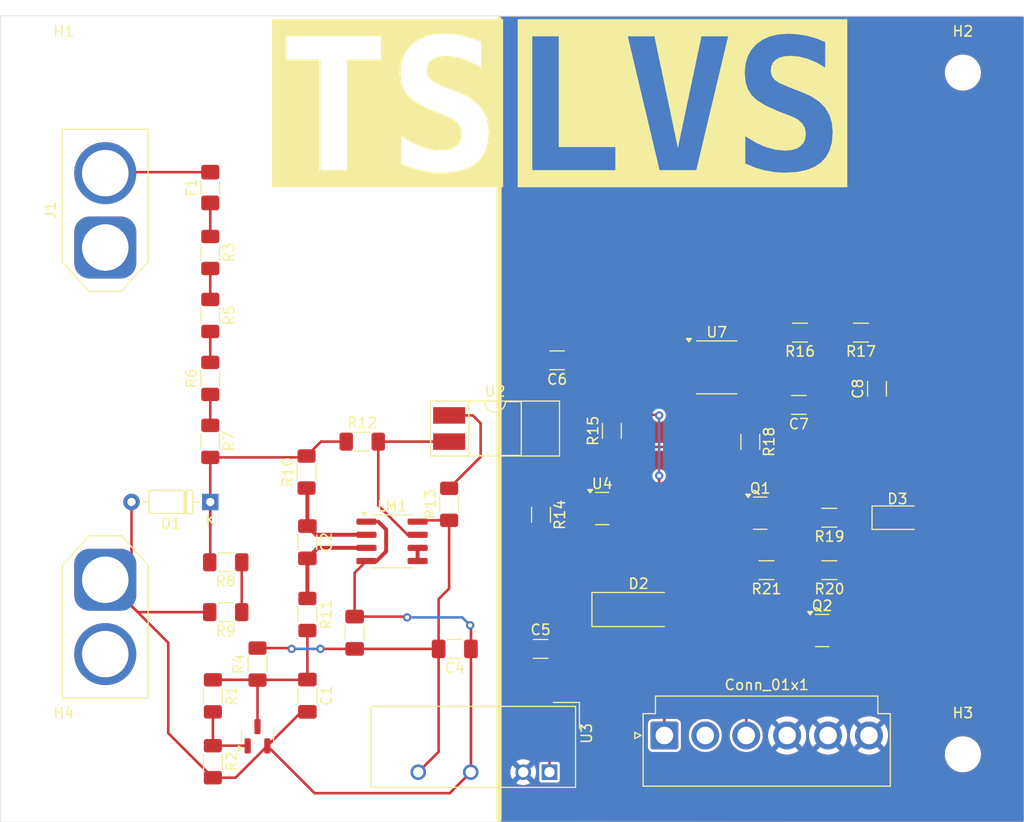
<source format=kicad_pcb>
(kicad_pcb (version 20240108) (generator "pcbnew") (generator_version "8.0")
  (layers (0 "F.Cu" signal) (31 "B.Cu" signal) (34 "B.Paste" user) (35 "F.Paste" user) (36 "B.SilkS" user "B.Silkscreen") (37 "F.SilkS" user "F.Silkscreen") (38 "B.Mask" user) (39 "F.Mask" user) (44 "Edge.Cuts" user))
  (net 0 "")
  (net 1 "GND")
  (net 2 "/Vref")
  (net 3 "Net-(LM1--)")
  (net 4 "Net-(LM1-+)")
  (net 5 "+12V")
  (net 6 "VCC")
  (net 7 "GLV-")
  (net 8 "Net-(U7-CV)")
  (net 9 "Net-(U7-THR)")
  (net 11 "GLV+")
  (net 12 "/RED+")
  (net 13 "/Vin")
  (net 14 "Net-(D3-K)")
  (net 15 "Net-(F1-Pad1)")
  (net 16 "Net-(J1-Pin_2)")
  (net 19 "Net-(LM1-BAL)")
  (net 20 "Net-(LM1-Pad7)")
  (net 21 "Net-(Q1-B)")
  (net 22 "Net-(Q1-C)")
  (net 23 "Net-(U1-REF)")
  (net 24 "Net-(R3-Pad2)")
  (net 25 "Net-(R5-Pad2)")
  (net 26 "Net-(R6-Pad1)")
  (net 27 "Net-(R8-Pad1)")
  (net 28 "Net-(R13-Pad2)")
  (net 29 "Net-(U4-G)")
  (net 30 "Net-(U4-D)")
  (net 31 "Net-(U7-DIS)")
  (net 32 "Net-(U7-Q)")
  (footprint "Resistor_SMD:R_1206_3216Metric_Pad1.30x1.75mm_HandSolder" (layer "F.Cu") (at 123.672 121.412 180)
    (property "Reference" "R8" (at 0 -1.82 0) (layer "F.SilkS"))
    (property "Value" "25k")
    (pad "1" smd roundrect (at -1.55 0 180) (size 1.3 1.75) (layers "F.Cu" "F.Paste" "F.Mask") (roundrect_rratio 0.192308) (net 27 "Net-(R8-Pad1)"))
    (pad "2" smd roundrect (at 1.55 0 180) (size 1.3 1.75) (layers "F.Cu" "F.Paste" "F.Mask") (roundrect_rratio 0.192308) (net 13 "/Vin"))
  )
  (footprint "Fuse:Fuse_1206_3216Metric_Pad1.42x1.75mm_HandSolder" (layer "F.Cu") (at 122.174 85.1265 90)
    (property "Reference" "F1" (at 0 -1.82 90) (layer "F.SilkS"))
    (property "Value" "Fuse")
    (pad "1" smd roundrect (at -1.4875 0 90) (size 1.425 1.75) (layers "F.Cu" "F.Paste" "F.Mask") (roundrect_rratio 0.175439) (net 15 "Net-(F1-Pad1)"))
    (pad "2" smd roundrect (at 1.4875 0 90) (size 1.425 1.75) (layers "F.Cu" "F.Paste" "F.Mask") (roundrect_rratio 0.175439) (net 16 "Net-(J1-Pin_2)"))
  )
  (footprint "Diode_THT:D_DO-35_SOD27_P7.62mm_Horizontal" (layer "F.Cu") (at 122.174 115.57 180)
    (property "Reference" "D1" (at 3.81 -2.12 0) (layer "F.SilkS"))
    (property "Value" "12V")
    (fp_text user "K" (at 0 -1.8 0) (layer "F.SilkS"))
    (pad "1" thru_hole rect (at 0 0 180) (size 1.6 1.6) (drill 0.8) (layers "*.Cu" "*.Mask") (net 13 "/Vin"))
    (pad "2" thru_hole oval (at 7.62 0 180) (size 1.6 1.6) (drill 0.8) (layers "*.Cu" "*.Mask") (net 1 "GND"))
  )
  (footprint "Capacitor_SMD:C_1206_3216Metric_Pad1.33x1.80mm_HandSolder" (layer "F.Cu") (at 186.69 104.6095 90)
    (property "Reference" "C8" (at 0 -1.85 90) (layer "F.SilkS"))
    (property "Value" "1u")
    (pad "1" smd roundrect (at -1.5625 0 90) (size 1.325 1.8) (layers "F.Cu" "F.Paste" "F.Mask") (roundrect_rratio 0.188679) (net 7 "GLV-"))
    (pad "2" smd roundrect (at 1.5625 0 90) (size 1.325 1.8) (layers "F.Cu" "F.Paste" "F.Mask") (roundrect_rratio 0.188679) (net 9 "Net-(U7-THR)"))
  )
  (footprint "Capacitor_SMD:C_1206_3216Metric_Pad1.33x1.80mm_HandSolder" (layer "F.Cu") (at 145.8345 129.794 180)
    (property "Reference" "C4" (at 0 -1.85 0) (layer "F.SilkS"))
    (property "Value" "1uF" (hide yes))
    (pad "1" smd roundrect (at -1.5625 0 180) (size 1.325 1.8) (layers "F.Cu" "F.Paste" "F.Mask") (roundrect_rratio 0.188679) (net 1 "GND"))
    (pad "2" smd roundrect (at 1.5625 0 180) (size 1.325 1.8) (layers "F.Cu" "F.Paste" "F.Mask") (roundrect_rratio 0.188679) (net 5 "+12V"))
  )
  (footprint "Connector_JST:JST_VH_B6P-VH_1x06_P3.96mm_Vertical" (layer "F.Cu") (at 166.116 138.176)
    (property "Reference" "Conn_01x1" (at 9.9 -4.9 0) (layer "F.SilkS"))
    (property "Value" "Conn_01x06")
    (pad "1" thru_hole roundrect (at 0 0) (size 2.7 2.7) (drill 1.7) (layers "*.Cu" "*.Mask") (roundrect_rratio 0.092593) (net 11 "GLV+"))
    (pad "2" thru_hole circle (at 3.96 0) (size 2.7 2.7) (drill 1.7) (layers "*.Cu" "*.Mask"))
    (pad "3" thru_hole circle (at 7.92 0) (size 2.7 2.7) (drill 1.7) (layers "*.Cu" "*.Mask") (net 12 "/RED+"))
    (pad "4" thru_hole circle (at 11.88 0) (size 2.7 2.7) (drill 1.7) (layers "*.Cu" "*.Mask") (net 7 "GLV-"))
    (pad "5" thru_hole circle (at 15.84 0) (size 2.7 2.7) (drill 1.7) (layers "*.Cu" "*.Mask") (net 7 "GLV-"))
    (pad "6" thru_hole circle (at 19.8 0) (size 2.7 2.7) (drill 1.7) (layers "*.Cu" "*.Mask") (net 7 "GLV-"))
  )
  (footprint "Resistor_SMD:R_1206_3216Metric_Pad1.30x1.75mm_HandSolder" (layer "F.Cu") (at 185.14 99.172 180)
    (property "Reference" "R17" (at 0 -1.82 0) (layer "F.SilkS"))
    (property "Value" "220k")
    (pad "1" smd roundrect (at -1.55 0 180) (size 1.3 1.75) (layers "F.Cu" "F.Paste" "F.Mask") (roundrect_rratio 0.192308) (net 9 "Net-(U7-THR)"))
    (pad "2" smd roundrect (at 1.55 0 180) (size 1.3 1.75) (layers "F.Cu" "F.Paste" "F.Mask") (roundrect_rratio 0.192308) (net 31 "Net-(U7-DIS)"))
  )
  (footprint "Resistor_SMD:R_1206_3216Metric_Pad1.30x1.75mm_HandSolder" (layer "F.Cu") (at 154.178 116.814 -90)
    (property "Reference" "R14" (at 0 -1.82 90) (layer "F.SilkS"))
    (property "Value" "10k")
    (pad "1" smd roundrect (at -1.55 0 270) (size 1.3 1.75) (layers "F.Cu" "F.Paste" "F.Mask") (roundrect_rratio 0.192308) (net 29 "Net-(U4-G)"))
    (pad "2" smd roundrect (at 1.55 0 270) (size 1.3 1.75) (layers "F.Cu" "F.Paste" "F.Mask") (roundrect_rratio 0.192308) (net 7 "GLV-"))
  )
  (footprint "LED_SMD:LED_1206_3216Metric_Pad1.42x1.75mm_HandSolder" (layer "F.Cu") (at 188.67 117.094)
    (property "Reference" "D3" (at 0 -1.82 0) (layer "F.SilkS"))
    (property "Value" "LED")
    (pad "1" smd roundrect (at -1.4875 0) (size 1.425 1.75) (layers "F.Cu" "F.Paste" "F.Mask") (roundrect_rratio 0.175439) (net 14 "Net-(D3-K)"))
    (pad "2" smd roundrect (at 1.4875 0) (size 1.425 1.75) (layers "F.Cu" "F.Paste" "F.Mask") (roundrect_rratio 0.175439) (net 6 "VCC"))
  )
  (footprint "Package_TO_SOT_SMD:SOT-23" (layer "F.Cu") (at 160.0985 116.204)
    (property "Reference" "U4" (at 0 -2.4 0) (layer "F.SilkS"))
    (property "Value" "2N7002")
    (pad "1" smd roundrect (at -0.9375 -0.95) (size 1.475 0.6) (layers "F.Cu" "F.Paste" "F.Mask") (net 29 "Net-(U4-G)"))
    (pad "2" smd roundrect (at -0.9375 0.95) (size 1.475 0.6) (layers "F.Cu" "F.Paste" "F.Mask") (net 7 "GLV-"))
    (pad "3" smd roundrect (at 0.9375 0) (size 1.475 0.6) (layers "F.Cu" "F.Paste" "F.Mask") (net 30 "Net-(U4-D)"))
  )
  (footprint "Capacitor_SMD:C_1206_3216Metric_Pad1.33x1.80mm_HandSolder" (layer "F.Cu") (at 179.1275 106.172 180)
    (property "Reference" "C7" (at 0 -1.85 0) (layer "F.SilkS"))
    (property "Value" "100n")
    (pad "1" smd roundrect (at -1.5625 0 180) (size 1.325 1.8) (layers "F.Cu" "F.Paste" "F.Mask") (roundrect_rratio 0.188679) (net 7 "GLV-"))
    (pad "2" smd roundrect (at 1.5625 0 180) (size 1.325 1.8) (layers "F.Cu" "F.Paste" "F.Mask") (roundrect_rratio 0.188679) (net 8 "Net-(U7-CV)"))
  )
  (footprint "Capacitor_SMD:C_1206_3216Metric_Pad1.33x1.80mm_HandSolder" (layer "F.Cu") (at 131.572 119.4685 -90)
    (property "Reference" "C2" (at 0 -1.85 90) (layer "F.SilkS"))
    (property "Value" "10n")
    (pad "1" smd roundrect (at -1.5625 0 270) (size 1.325 1.8) (layers "F.Cu" "F.Paste" "F.Mask") (roundrect_rratio 0.188679) (net 4 "Net-(LM1-+)"))
    (pad "2" smd roundrect (at 1.5625 0 270) (size 1.325 1.8) (layers "F.Cu" "F.Paste" "F.Mask") (roundrect_rratio 0.188679) (net 3 "Net-(LM1--)"))
  )
  (footprint "Resistor_SMD:R_1206_3216Metric_Pad1.30x1.75mm_HandSolder" (layer "F.Cu") (at 131.572 126.466 -90)
    (property "Reference" "R11" (at 0 -1.82 90) (layer "F.SilkS"))
    (property "Value" "100")
    (pad "1" smd roundrect (at -1.55 0 270) (size 1.3 1.75) (layers "F.Cu" "F.Paste" "F.Mask") (roundrect_rratio 0.192308) (net 3 "Net-(LM1--)"))
    (pad "2" smd roundrect (at 1.55 0 270) (size 1.3 1.75) (layers "F.Cu" "F.Paste" "F.Mask") (roundrect_rratio 0.192308) (net 2 "/Vref"))
  )
  (footprint "Resistor_SMD:R_1206_3216Metric_Pad1.30x1.75mm_HandSolder" (layer "F.Cu") (at 174.433595 109.747743 -90)
    (property "Reference" "R18" (at 0 -1.82 90) (layer "F.SilkS"))
    (property "Value" "1k")
    (pad "1" smd roundrect (at -1.55 0 270) (size 1.3 1.75) (layers "F.Cu" "F.Paste" "F.Mask") (roundrect_rratio 0.192308) (net 32 "Net-(U7-Q)"))
    (pad "2" smd roundrect (at 1.55 0 270) (size 1.3 1.75) (layers "F.Cu" "F.Paste" "F.Mask") (roundrect_rratio 0.192308) (net 21 "Net-(Q1-B)"))
  )
  (footprint "Resistor_SMD:R_1206_3216Metric_Pad1.30x1.75mm_HandSolder" (layer "F.Cu") (at 145.288 115.798 90)
    (property "Reference" "R13" (at 0 -1.82 90) (layer "F.SilkS"))
    (property "Value" "2k2")
    (pad "1" smd roundrect (at -1.55 0 90) (size 1.3 1.75) (layers "F.Cu" "F.Paste" "F.Mask") (roundrect_rratio 0.192308) (net 5 "+12V"))
    (pad "2" smd roundrect (at 1.55 0 90) (size 1.3 1.75) (layers "F.Cu" "F.Paste" "F.Mask") (roundrect_rratio 0.192308) (net 28 "Net-(R13-Pad2)"))
  )
  (footprint "Resistor_SMD:R_1206_3216Metric_Pad1.30x1.75mm_HandSolder" (layer "F.Cu") (at 122.428 140.717 -90)
    (property "Reference" "R2" (at 0 -1.82 90) (layer "F.SilkS"))
    (property "Value" "10k")
    (pad "1" smd roundrect (at -1.55 0 270) (size 1.3 1.75) (layers "F.Cu" "F.Paste" "F.Mask") (roundrect_rratio 0.192308) (net 23 "Net-(U1-REF)"))
    (pad "2" smd roundrect (at 1.55 0 270) (size 1.3 1.75) (layers "F.Cu" "F.Paste" "F.Mask") (roundrect_rratio 0.192308) (net 1 "GND"))
  )
  (footprint "Package_DIP:DIP-4_W8.89mm_SMDSocket_LongPads" (layer "F.Cu") (at 149.733 108.458)
    (property "Reference" "U2" (at 0 -3.6 0) (layer "F.SilkS"))
    (property "Value" "LTV-817" (hide yes))
    (pad "1" smd rect (at -4.445 -1.27) (size 3.1 1.6) (layers "F.Cu" "F.Paste" "F.Mask") (net 28 "Net-(R13-Pad2)"))
    (pad "2" smd rect (at -4.445 1.27) (size 3.1 1.6) (layers "F.Cu" "F.Paste" "F.Mask") (net 20 "Net-(LM1-Pad7)"))
    (pad "3" smd rect (at 4.445 1.27) (size 3.1 1.6) (layers "F.Cu" "F.Paste" "F.Mask") (net 29 "Net-(U4-G)"))
    (pad "4" smd rect (at 4.445 -1.27) (size 3.1 1.6) (layers "F.Cu" "F.Paste" "F.Mask") (net 6 "VCC"))
  )
  (footprint "Connector_AMASS:AMASS_XT60-M_1x02_P7.20mm_Vertical" (layer "F.Cu") (at 112.014 123.102 -90)
    (property "Reference" "J2" (hide yes))
    (property "Value" "Conn_01x02_Pin")
    (pad "1" thru_hole roundrect (at 0 0 270) (size 6 6) (drill 4.5) (layers "*.Cu" "*.Mask") (net 1 "GND"))
    (pad "2" thru_hole circle (at 7.2 0 270) (size 6 6) (drill 4.5) (layers "*.Cu" "*.Mask"))
  )
  (footprint "Diode_SMD:D_SMA_Handsoldering" (layer "F.Cu") (at 163.616 125.984)
    (property "Reference" "D2" (at 0 -2.5 0) (layer "F.SilkS"))
    (property "Value" "D")
    (pad "1" smd roundrect (at -2.5 0) (size 3.5 1.8) (layers "F.Cu" "F.Paste" "F.Mask") (roundrect_rratio 0.1388888889) (net 6 "VCC"))
    (pad "2" smd roundrect (at 2.5 0) (size 3.5 1.8) (layers "F.Cu" "F.Paste" "F.Mask") (roundrect_rratio 0.1388888889) (net 11 "GLV+"))
  )
  (footprint "Resistor_SMD:R_1206_3216Metric_Pad1.30x1.75mm_HandSolder" (layer "F.Cu") (at 175.996 122.174 180)
    (property "Reference" "R21" (at 0 -1.82 0) (layer "F.SilkS"))
    (property "Value" "100k")
    (pad "1" smd roundrect (at -1.55 0 180) (size 1.3 1.75) (layers "F.Cu" "F.Paste" "F.Mask") (roundrect_rratio 0.192308) (net 22 "Net-(Q1-C)"))
    (pad "2" smd roundrect (at 1.55 0 180) (size 1.3 1.75) (layers "F.Cu" "F.Paste" "F.Mask") (roundrect_rratio 0.192308) (net 7 "GLV-"))
  )
  (footprint "Resistor_SMD:R_1206_3216Metric_Pad1.30x1.75mm_HandSolder" (layer "F.Cu") (at 182.092 122.174 180)
    (property "Reference" "R20" (at 0 -1.82 0) (layer "F.SilkS"))
    (property "Value" "1k")
    (pad "1" smd roundrect (at -1.55 0 180) (size 1.3 1.75) (layers "F.Cu" "F.Paste" "F.Mask") (roundrect_rratio 0.192308) (net 6 "VCC"))
    (pad "2" smd roundrect (at 1.55 0 180) (size 1.3 1.75) (layers "F.Cu" "F.Paste" "F.Mask") (roundrect_rratio 0.192308) (net 22 "Net-(Q1-C)"))
  )
  (footprint "Capacitor_SMD:C_1206_3216Metric_Pad1.33x1.80mm_HandSolder" (layer "F.Cu") (at 155.7405 101.854 180)
    (property "Reference" "C6" (at 0 -1.85 0) (layer "F.SilkS"))
    (property "Value" "100n")
    (pad "1" smd roundrect (at -1.5625 0 180) (size 1.325 1.8) (layers "F.Cu" "F.Paste" "F.Mask") (roundrect_rratio 0.188679) (net 7 "GLV-"))
    (pad "2" smd roundrect (at 1.5625 0 180) (size 1.325 1.8) (layers "F.Cu" "F.Paste" "F.Mask") (roundrect_rratio 0.188679) (net 6 "VCC"))
  )
  (footprint "MountingHole:MountingHole_3mm" (layer "F.Cu") (at 195.000195 140.00014)
    (property "Reference" "H3" (at 0 -4 0) (layer "F.SilkS"))
    (property "Value" "MountingHole")
    (pad "" np_thru_hole circle (at 0 0) (size 3 3) (drill 3) (layers "*.Cu" "*.Mask"))
  )
  (footprint "Resistor_SMD:R_1206_3216Metric_Pad1.30x1.75mm_HandSolder" (layer "F.Cu") (at 182.092 117.094 180)
    (property "Reference" "R19" (at 0 -1.82 0) (layer "F.SilkS"))
    (property "Value" "1k")
    (pad "1" smd roundrect (at -1.55 0 180) (size 1.3 1.75) (layers "F.Cu" "F.Paste" "F.Mask") (roundrect_rratio 0.192308) (net 14 "Net-(D3-K)"))
    (pad "2" smd roundrect (at 1.55 0 180) (size 1.3 1.75) (layers "F.Cu" "F.Paste" "F.Mask") (roundrect_rratio 0.192308) (net 22 "Net-(Q1-C)"))
  )
  (footprint "Connector_AMASS:AMASS_XT60-M_1x02_P7.20mm_Vertical" (layer "F.Cu") (at 112.014 90.932 90)
    (property "Reference" "J1" (at 3.6 -5.3 90) (layer "F.SilkS"))
    (property "Value" "Conn_01x02_Pin")
    (pad "1" thru_hole roundrect (at 0 0 90) (size 6 6) (drill 4.5) (layers "*.Cu" "*.Mask"))
    (pad "2" thru_hole circle (at 7.2 0 90) (size 6 6) (drill 4.5) (layers "*.Cu" "*.Mask") (net 16 "Net-(J1-Pin_2)"))
  )
  (footprint "Capacitor_SMD:C_1206_3216Metric_Pad1.33x1.80mm_HandSolder" (layer "F.Cu") (at 154.1395 129.794)
    (property "Reference" "C5" (at 0 -1.85 0) (layer "F.SilkS"))
    (property "Value" "2.2uF")
    (pad "1" smd roundrect (at -1.5625 0) (size 1.325 1.8) (layers "F.Cu" "F.Paste" "F.Mask") (roundrect_rratio 0.188679) (net 7 "GLV-"))
    (pad "2" smd roundrect (at 1.5625 0) (size 1.325 1.8) (layers "F.Cu" "F.Paste" "F.Mask") (roundrect_rratio 0.188679) (net 6 "VCC"))
  )
  (footprint "Resistor_SMD:R_1206_3216Metric_Pad1.30x1.75mm_HandSolder" (layer "F.Cu") (at 122.174 103.606 90)
    (property "Reference" "R6" (at 0 -1.82 90) (layer "F.SilkS"))
    (property "Value" "249k")
    (pad "1" smd roundrect (at -1.55 0 90) (size 1.3 1.75) (layers "F.Cu" "F.Paste" "F.Mask") (roundrect_rratio 0.192308) (net 26 "Net-(R6-Pad1)"))
    (pad "2" smd roundrect (at 1.55 0 90) (size 1.3 1.75) (layers "F.Cu" "F.Paste" "F.Mask") (roundrect_rratio 0.192308) (net 25 "Net-(R5-Pad2)"))
  )
  (footprint "Package_SO:SOIC-8_3.9x4.9mm_P1.27mm" (layer "F.Cu") (at 171.19 102.537)
    (property "Reference" "U7" (at 0 -3.4 0) (layer "F.SilkS"))
    (property "Value" "NE555")
    (pad "1" smd roundrect (at -2.475 -1.905) (size 1.95 0.6) (layers "F.Cu" "F.Paste" "F.Mask") (net 7 "GLV-"))
    (pad "2" smd roundrect (at -2.475 -0.635) (size 1.95 0.6) (layers "F.Cu" "F.Paste" "F.Mask") (net 9 "Net-(U7-THR)"))
    (pad "3" smd roundrect (at -2.475 0.635) (size 1.95 0.6) (layers "F.Cu" "F.Paste" "F.Mask") (net 32 "Net-(U7-Q)"))
    (pad "4" smd roundrect (at -2.475 1.905) (size 1.95 0.6) (layers "F.Cu" "F.Paste" "F.Mask") (net 30 "Net-(U4-D)"))
    (pad "5" smd roundrect (at 2.475 1.905) (size 1.95 0.6) (layers "F.Cu" "F.Paste" "F.Mask") (net 8 "Net-(U7-CV)"))
    (pad "6" smd roundrect (at 2.475 0.635) (size 1.95 0.6) (layers "F.Cu" "F.Paste" "F.Mask") (net 9 "Net-(U7-THR)"))
    (pad "7" smd roundrect (at 2.475 -0.635) (size 1.95 0.6) (layers "F.Cu" "F.Paste" "F.Mask") (net 31 "Net-(U7-DIS)"))
    (pad "8" smd roundrect (at 2.475 -1.905) (size 1.95 0.6) (layers "F.Cu" "F.Paste" "F.Mask") (net 6 "VCC"))
  )
  (footprint "Capacitor_SMD:C_1206_3216Metric_Pad1.33x1.80mm_HandSolder" (layer "F.Cu") (at 136.144 128.2315 90)
    (property "Reference" "C3" (hide yes))
    (property "Value" "100n")
    (pad "1" smd roundrect (at -1.5625 0 90) (size 1.325 1.8) (layers "F.Cu" "F.Paste" "F.Mask") (roundrect_rratio 0.188679) (net 5 "+12V"))
    (pad "2" smd roundrect (at 1.5625 0 90) (size 1.325 1.8) (layers "F.Cu" "F.Paste" "F.Mask") (roundrect_rratio 0.188679) (net 1 "GND"))
  )
  (footprint "Resistor_SMD:R_1206_3216Metric_Pad1.30x1.75mm_HandSolder" (layer "F.Cu") (at 122.174 97.51 -90)
    (property "Reference" "R5" (at 0 -1.82 90) (layer "F.SilkS"))
    (property "Value" "249k")
    (pad "1" smd roundrect (at -1.55 0 270) (size 1.3 1.75) (layers "F.Cu" "F.Paste" "F.Mask") (roundrect_rratio 0.192308) (net 24 "Net-(R3-Pad2)"))
    (pad "2" smd roundrect (at 1.55 0 270) (size 1.3 1.75) (layers "F.Cu" "F.Paste" "F.Mask") (roundrect_rratio 0.192308) (net 25 "Net-(R5-Pad2)"))
  )
  (footprint "Resistor_SMD:R_1206_3216Metric_Pad1.30x1.75mm_HandSolder" (layer "F.Cu") (at 126.746 131.267 90)
    (property "Reference" "R4" (at 0 -1.82 90) (layer "F.SilkS"))
    (property "Value" "2k2")
    (pad "1" smd roundrect (at -1.55 0 90) (size 1.3 1.75) (layers "F.Cu" "F.Paste" "F.Mask") (roundrect_rratio 0.192308) (net 2 "/Vref"))
    (pad "2" smd roundrect (at 1.55 0 90) (size 1.3 1.75) (layers "F.Cu" "F.Paste" "F.Mask") (roundrect_rratio 0.192308) (net 5 "+12V"))
  )
  (footprint "Capacitor_SMD:C_1206_3216Metric_Pad1.33x1.80mm_HandSolder" (layer "F.Cu") (at 131.572 134.3275 -90)
    (property "Reference" "C1" (at 0 -1.85 90) (layer "F.SilkS"))
    (property "Value" "0.1uF")
    (pad "1" smd roundrect (at -1.5625 0 270) (size 1.325 1.8) (layers "F.Cu" "F.Paste" "F.Mask") (roundrect_rratio 0.188679) (net 2 "/Vref"))
    (pad "2" smd roundrect (at 1.5625 0 270) (size 1.325 1.8) (layers "F.Cu" "F.Paste" "F.Mask") (roundrect_rratio 0.188679) (net 1 "GND"))
  )
  (footprint "Resistor_SMD:R_1206_3216Metric_Pad1.30x1.75mm_HandSolder" (layer "F.Cu") (at 179.24 99.172 180)
    (property "Reference" "R16" (at 0 -1.82 0) (layer "F.SilkS"))
    (property "Value" "22k")
    (pad "1" smd roundrect (at -1.55 0 180) (size 1.3 1.75) (layers "F.Cu" "F.Paste" "F.Mask") (roundrect_rratio 0.192308) (net 31 "Net-(U7-DIS)"))
    (pad "2" smd roundrect (at 1.55 0 180) (size 1.3 1.75) (layers "F.Cu" "F.Paste" "F.Mask") (roundrect_rratio 0.192308) (net 6 "VCC"))
  )
  (footprint "Resistor_SMD:R_1206_3216Metric_Pad1.30x1.75mm_HandSolder" (layer "F.Cu") (at 161.036 108.686 90)
    (property "Reference" "R15" (at 0 -1.82 90) (layer "F.SilkS"))
    (property "Value" "22k")
    (pad "1" smd roundrect (at -1.55 0 90) (size 1.3 1.75) (layers "F.Cu" "F.Paste" "F.Mask") (roundrect_rratio 0.192308) (net 30 "Net-(U4-D)"))
    (pad "2" smd roundrect (at 1.55 0 90) (size 1.3 1.75) (layers "F.Cu" "F.Paste" "F.Mask") (roundrect_rratio 0.192308) (net 6 "VCC"))
  )
  (footprint "Resistor_SMD:R_1206_3216Metric_Pad1.30x1.75mm_HandSolder" (layer "F.Cu") (at 123.672 126.238 180)
    (property "Reference" "R9" (at 0 -1.82 0) (layer "F.SilkS"))
    (property "Value" "1k")
    (pad "1" smd roundrect (at -1.55 0 180) (size 1.3 1.75) (layers "F.Cu" "F.Paste" "F.Mask") (roundrect_rratio 0.192308) (net 27 "Net-(R8-Pad1)"))
    (pad "2" smd roundrect (at 1.55 0 180) (size 1.3 1.75) (layers "F.Cu" "F.Paste" "F.Mask") (roundrect_rratio 0.192308) (net 1 "GND"))
  )
  (footprint "Package_TO_SOT_SMD:SOT-23" (layer "F.Cu") (at 181.3825 128.016)
    (property "Reference" "Q2" (at 0 -2.4 0) (layer "F.SilkS"))
    (property "Value" "AO3401A")
    (pad "1" smd roundrect (at -0.9375 -0.95) (size 1.475 0.6) (layers "F.Cu" "F.Paste" "F.Mask") (net 22 "Net-(Q1-C)"))
    (pad "2" smd roundrect (at -0.9375 0.95) (size 1.475 0.6) (layers "F.Cu" "F.Paste" "F.Mask") (net 12 "/RED+"))
    (pad "3" smd roundrect (at 0.9375 0) (size 1.475 0.6) (layers "F.Cu" "F.Paste" "F.Mask") (net 6 "VCC"))
  )
  (footprint "Converter_DCDC:Converter_DCDC_TRACO_TBA2-xxxx_Single_THT" (layer "F.Cu") (at 155 141.732 -90)
    (property "Reference" "U3" (at -3.75 -3.6 90) (layer "F.SilkS"))
    (property "Value" "B1212")
    (pad "1" thru_hole rect (at 0 0 270) (size 1.5 1.5) (drill 1) (layers "*.Cu" "*.Mask") (net 6 "VCC"))
    (pad "2" thru_hole circle (at 0 2.54 270) (size 1.5 1.5) (drill 1) (layers "*.Cu" "*.Mask") (net 7 "GLV-"))
    (pad "4" thru_hole circle (at 0 7.62 270) (size 1.5 1.5) (drill 1) (layers "*.Cu" "*.Mask") (net 1 "GND"))
    (pad "6" thru_hole circle (at 0 12.7 270) (size 1.5 1.5) (drill 1) (layers "*.Cu" "*.Mask") (net 5 "+12V"))
  )
  (footprint "Resistor_SMD:R_1206_3216Metric_Pad1.30x1.75mm_HandSolder" (layer "F.Cu") (at 131.495 112.673 90)
    (property "Reference" "R10" (at 0 -1.82 90) (layer "F.SilkS"))
    (property "Value" "100")
    (pad "1" smd roundrect (at -1.55 0 90) (size 1.3 1.75) (layers "F.Cu" "F.Paste" "F.Mask") (roundrect_rratio 0.192308) (net 4 "Net-(LM1-+)"))
    (pad "2" smd roundrect (at 1.55 0 90) (size 1.3 1.75) (layers "F.Cu" "F.Paste" "F.Mask") (roundrect_rratio 0.192308) (net 13 "/Vin"))
  )
  (footprint "MountingHole:MountingHole_3mm" (layer "F.Cu") (at 195.000195 74.000074)
    (property "Reference" "H2" (at 0 -4 0) (layer "F.SilkS"))
    (property "Value" "MountingHole")
    (pad "" np_thru_hole circle (at 0 0) (size 3 3) (drill 3) (layers "*.Cu" "*.Mask"))
  )
  (footprint "Package_SO:SOIC-8_3.9x4.9mm_P1.27mm" (layer "F.Cu") (at 139.765 119.38)
    (property "Reference" "LM1" (at 0 -3.4 0) (layer "F.SilkS"))
    (property "Value" "LM311" (hide yes))
    (pad "1" smd roundrect (at -2.475 -1.905) (size 1.95 0.6) (layers "F.Cu" "F.Paste" "F.Mask") (net 1 "GND"))
    (pad "2" smd roundrect (at -2.475 -0.635) (size 1.95 0.6) (layers "F.Cu" "F.Paste" "F.Mask") (net 4 "Net-(LM1-+)"))
    (pad "3" smd roundrect (at -2.475 0.635) (size 1.95 0.6) (layers "F.Cu" "F.Paste" "F.Mask") (net 3 "Net-(LM1--)"))
    (pad "4" smd roundrect (at -2.475 1.905) (size 1.95 0.6) (layers "F.Cu" "F.Paste" "F.Mask") (net 1 "GND"))
    (pad "5" smd roundrect (at 2.475 1.905) (size 1.95 0.6) (layers "F.Cu" "F.Paste" "F.Mask") (net 19 "Net-(LM1-BAL)"))
    (pad "6" smd roundrect (at 2.475 0.635) (size 1.95 0.6) (layers "F.Cu" "F.Paste" "F.Mask") (net 19 "Net-(LM1-BAL)"))
    (pad "7" smd roundrect (at 2.475 -0.635) (size 1.95 0.6) (layers "F.Cu" "F.Paste" "F.Mask") (net 20 "Net-(LM1-Pad7)"))
    (pad "8" smd roundrect (at 2.475 -1.905) (size 1.95 0.6) (layers "F.Cu" "F.Paste" "F.Mask") (net 5 "+12V"))
  )
  (footprint "MountingHole:MountingHole_3mm" (layer "F.Cu") (at 108.000108 140.00014)
    (property "Reference" "H4" (at 0 -4 0) (layer "F.SilkS"))
    (property "Value" "MountingHole")
    (pad "" np_thru_hole circle (at 0 0) (size 3 3) (drill 3) (layers "*.Cu" "*.Mask"))
  )
  (footprint "Resistor_SMD:R_1206_3216Metric_Pad1.30x1.75mm_HandSolder" (layer "F.Cu") (at 122.174 91.414 -90)
    (property "Reference" "R3" (at 0 -1.82 90) (layer "F.SilkS"))
    (property "Value" "249k")
    (pad "1" smd roundrect (at -1.55 0 270) (size 1.3 1.75) (layers "F.Cu" "F.Paste" "F.Mask") (roundrect_rratio 0.192308) (net 15 "Net-(F1-Pad1)"))
    (pad "2" smd roundrect (at 1.55 0 270) (size 1.3 1.75) (layers "F.Cu" "F.Paste" "F.Mask") (roundrect_rratio 0.192308) (net 24 "Net-(R3-Pad2)"))
  )
  (footprint "Package_TO_SOT_SMD:SOT-23" (layer "F.Cu") (at 175.3835 116.652)
    (property "Reference" "Q1" (at 0 -2.4 0) (layer "F.SilkS"))
    (property "Value" "MMBT3904")
    (pad "1" smd roundrect (at -0.9375 -0.95) (size 1.475 0.6) (layers "F.Cu" "F.Paste" "F.Mask") (net 21 "Net-(Q1-B)"))
    (pad "2" smd roundrect (at -0.9375 0.95) (size 1.475 0.6) (layers "F.Cu" "F.Paste" "F.Mask") (net 7 "GLV-"))
    (pad "3" smd roundrect (at 0.9375 0) (size 1.475 0.6) (layers "F.Cu" "F.Paste" "F.Mask") (net 22 "Net-(Q1-C)"))
  )
  (footprint "Resistor_SMD:R_1206_3216Metric_Pad1.30x1.75mm_HandSolder" (layer "F.Cu") (at 122.174 109.702 -90)
    (property "Reference" "R7" (at 0 -1.82 90) (layer "F.SilkS"))
    (property "Value" "249k")
    (pad "1" smd roundrect (at -1.55 0 270) (size 1.3 1.75) (layers "F.Cu" "F.Paste" "F.Mask") (roundrect_rratio 0.192308) (net 26 "Net-(R6-Pad1)"))
    (pad "2" smd roundrect (at 1.55 0 270) (size 1.3 1.75) (layers "F.Cu" "F.Paste" "F.Mask") (roundrect_rratio 0.192308) (net 13 "/Vin"))
  )
  (footprint "Resistor_SMD:R_1206_3216Metric_Pad1.30x1.75mm_HandSolder" (layer "F.Cu") (at 122.428 134.34 -90)
    (property "Reference" "R1" (at 0 -1.82 90) (layer "F.SilkS"))
    (property "Value" "2k")
    (pad "1" smd roundrect (at -1.55 0 270) (size 1.3 1.75) (layers "F.Cu" "F.Paste" "F.Mask") (roundrect_rratio 0.192308) (net 2 "/Vref"))
    (pad "2" smd roundrect (at 1.55 0 270) (size 1.3 1.75) (layers "F.Cu" "F.Paste" "F.Mask") (roundrect_rratio 0.192308) (net 23 "Net-(U1-REF)"))
  )
  (footprint "Package_TO_SOT_SMD:SOT-23" (layer "F.Cu") (at 126.746 138.2545 90)
    (property "Reference" "U1" (hide yes))
    (property "Value" "TL431")
    (pad "1" smd roundrect (at -0.9375 -0.95 90) (size 1.475 0.6) (layers "F.Cu" "F.Paste" "F.Mask") (net 23 "Net-(U1-REF)"))
    (pad "2" smd roundrect (at -0.9375 0.95 90) (size 1.475 0.6) (layers "F.Cu" "F.Paste" "F.Mask") (net 1 "GND"))
    (pad "3" smd roundrect (at 0.9375 0 90) (size 1.475 0.6) (layers "F.Cu" "F.Paste" "F.Mask") (net 2 "/Vref"))
  )
  (footprint "MountingHole:MountingHole_3mm" (layer "F.Cu") (at 108.000108 74.000074)
    (property "Reference" "H1" (at 0 -4 0) (layer "F.SilkS"))
    (property "Value" "MountingHole")
    (pad "" np_thru_hole circle (at 0 0) (size 3 3) (drill 3) (layers "*.Cu" "*.Mask"))
  )
  (footprint "Resistor_SMD:R_1206_3216Metric_Pad1.30x1.75mm_HandSolder" (layer "F.Cu") (at 136.88 109.728)
    (property "Reference" "R12" (at 0 -1.82 0) (layer "F.SilkS"))
    (property "Value" "1M")
    (pad "1" smd roundrect (at -1.55 0) (size 1.3 1.75) (layers "F.Cu" "F.Paste" "F.Mask") (roundrect_rratio 0.192308) (net 13 "/Vin"))
    (pad "2" smd roundrect (at 1.55 0) (size 1.3 1.75) (layers "F.Cu" "F.Paste" "F.Mask") (roundrect_rratio 0.192308) (net 20 "Net-(LM1-Pad7)"))
  )
  (gr_line (start 150.114 146.304) (end 150.114 68.834) (stroke (width 0.508)) (layer "F.SilkS"))
  (gr_rect (start 101.854 68.498021) (end 200.914 146.558) (stroke (width 0.05)) (fill none) (layer "Edge.Cuts"))
  (gr_text "LVS" (at 151.384 85.598 0) (layer "F.SilkS" knockout) (effects (font (size 12.7 12.7) (thickness 0.2) (bold yes)) (justify left bottom)))
  (gr_text "TS" (at 128.778 85.598 0) (layer "F.SilkS" knockout) (effects (font (size 12.7 12.7) (thickness 2.54) (bold yes)) (justify left bottom)))
  (segment (start 127.696 139.192) (end 132.268 143.764) (width 0.25) (layer "F.Cu") (net 1))
  (segment (start 122.428 142.267) (end 124.621 142.267) (width 0.25) (layer "F.Cu") (net 1))
  (segment (start 141.224 126.746) (end 141.147 126.669) (width 0.25) (layer "F.Cu") (net 1))
  (segment (start 122.122 126.238) (end 115.15 126.238) (width 0.25) (layer "F.Cu") (net 1))
  (segment (start 127.696 139.192) (end 130.998 135.89) (width 0.25) (layer "F.Cu") (net 1))
  (segment (start 141.147 126.669) (end 136.144 126.669) (width 0.25) (layer "F.Cu") (net 1))
  (segment (start 138.43 117.475) (end 139.192 118.237) (width 0.381) (layer "F.Cu") (net 1))
  (segment (start 118.11 137.949) (end 122.428 142.267) (width 0.25) (layer "F.Cu") (net 1))
  (segment (start 132.268 143.764) (end 145.348 143.764) (width 0.25) (layer "F.Cu") (net 1))
  (segment (start 124.621 142.267) (end 127.696 139.192) (width 0.25) (layer "F.Cu") (net 1))
  (segment (start 147.397 129.794) (end 147.397 141.715) (width 0.25) (layer "F.Cu") (net 1))
  (segment (start 139.192 120.357999) (end 138.264999 121.285) (width 0.381) (layer "F.Cu") (net 1))
  (segment (start 112.014 123.102) (end 118.11 129.198) (width 0.25) (layer "F.Cu") (net 1))
  (segment (start 147.397 127.585) (end 147.32 127.508) (width 0.25) (layer "F.Cu") (net 1))
  (segment (start 118.11 129.198) (end 118.11 137.949) (width 0.25) (layer "F.Cu") (net 1))
  (segment (start 147.38 130.065) (end 147.397 130.048) (width 0.25) (layer "F.Cu") (net 1))
  (segment (start 115.15 126.238) (end 112.014 123.102) (width 0.25) (layer "F.Cu") (net 1))
  (segment (start 145.348 143.764) (end 147.38 141.732) (width 0.25) (layer "F.Cu") (net 1))
  (segment (start 136.144 126.669) (end 136.144 122.431) (width 0.25) (layer "F.Cu") (net 1))
  (segment (start 137.29 117.475) (end 138.43 117.475) (width 0.25) (layer "F.Cu") (net 1))
  (segment (start 114.554 115.57) (end 114.554 120.562) (width 0.25) (layer "F.Cu") (net 1))
  (segment (start 147.397 141.715) (end 147.38 141.732) (width 0.25) (layer "F.Cu") (net 1))
  (segment (start 139.192 118.237) (end 139.192 120.357999) (width 0.381) (layer "F.Cu") (net 1))
  (segment (start 114.554 120.562) (end 112.014 123.102) (width 0.25) (layer "F.Cu") (net 1))
  (segment (start 136.144 122.431) (end 137.29 121.285) (width 0.25) (layer "F.Cu") (net 1))
  (segment (start 138.264999 121.285) (end 137.29 121.285) (width 0.381) (layer "F.Cu") (net 1))
  (segment (start 147.397 129.794) (end 147.397 127.585) (width 0.25) (layer "F.Cu") (net 1))
  (segment (start 130.998 135.89) (end 131.572 135.89) (width 0.25) (layer "F.Cu") (net 1))
  (via (at 147.32 127.508) (size 0.8) (drill 0.4) (layers "F.Cu" "B.Cu") (net 1))
  (via (at 141.224 126.746) (size 0.8) (drill 0.4) (layers "F.Cu" "B.Cu") (net 1))
  (segment (start 146.558 126.746) (end 147.32 127.508) (width 0.25) (layer "B.Cu") (net 1))
  (segment (start 141.224 126.746) (end 146.558 126.746) (width 0.25) (layer "B.Cu") (net 1))
  (segment (start 122.428 132.79) (end 126.719 132.79) (width 0.25) (layer "F.Cu") (net 2))
  (segment (start 131.572 128.016) (end 131.572 132.765) (width 0.25) (layer "F.Cu") (net 2))
  (segment (start 122.428 132.79) (end 131.547 132.79) (width 0.25) (layer "F.Cu") (net 2))
  (segment (start 126.719 132.79) (end 126.746 132.817) (width 0.25) (layer "F.Cu") (net 2))
  (segment (start 126.746 137.317) (end 126.746 132.817) (width 0.25) (layer "F.Cu") (net 2))
  (segment (start 131.547 132.79) (end 131.572 132.765) (width 0.25) (layer "F.Cu") (net 2))
  (segment (start 132.588 120.015) (end 131.572 121.031) (width 0.381) (layer "F.Cu") (net 3))
  (segment (start 131.572 121.031) (end 131.572 124.916) (width 0.381) (layer "F.Cu") (net 3))
  (segment (start 137.29 120.015) (end 132.588 120.015) (width 0.381) (layer "F.Cu") (net 3))
  (segment (start 131.572 114.3) (end 131.495 114.223) (width 0.381) (layer "F.Cu") (net 4))
  (segment (start 137.29 118.745) (end 132.411 118.745) (width 0.381) (layer "F.Cu") (net 4))
  (segment (start 131.572 117.906) (end 131.572 114.3) (width 0.381) (layer "F.Cu") (net 4))
  (segment (start 132.411 118.745) (end 131.572 117.906) (width 0.381) (layer "F.Cu") (net 4))
  (segment (start 132.842 129.794) (end 136.144 129.794) (width 0.25) (layer "F.Cu") (net 5))
  (segment (start 145.288 123.952) (end 145.288 117.348) (width 0.25) (layer "F.Cu") (net 5))
  (segment (start 129.971 129.717) (end 130.048 129.794) (width 0.25) (layer "F.Cu") (net 5))
  (segment (start 144.272 124.968) (end 145.288 123.952) (width 0.25) (layer "F.Cu") (net 5))
  (segment (start 142.367 117.348) (end 142.24 117.475) (width 0.25) (layer "F.Cu") (net 5))
  (segment (start 126.746 129.717) (end 129.971 129.717) (width 0.25) (layer "F.Cu") (net 5))
  (segment (start 144.272 139.76) (end 144.272 129.794) (width 0.25) (layer "F.Cu") (net 5))
  (segment (start 145.214 117.348) (end 142.367 117.348) (width 0.25) (layer "F.Cu") (net 5))
  (segment (start 144.272 129.794) (end 136.144 129.794) (width 0.25) (layer "F.Cu") (net 5))
  (segment (start 142.3 141.732) (end 144.272 139.76) (width 0.25) (layer "F.Cu") (net 5))
  (segment (start 144.272 129.794) (end 144.272 124.968) (width 0.25) (layer "F.Cu") (net 5))
  (via (at 132.842 129.794) (size 0.8) (drill 0.4) (layers "F.Cu" "B.Cu") (net 5))
  (via (at 130.048 129.794) (size 0.8) (drill 0.4) (layers "F.Cu" "B.Cu") (net 5))
  (segment (start 130.048 129.794) (end 132.842 129.794) (width 0.25) (layer "B.Cu") (net 5))
  (segment (start 190.1575 117.094) (end 190.1575 119.594) (width 0.381) (layer "F.Cu") (net 6))
  (segment (start 173.665 100.632) (end 175.125 99.172) (width 0.25) (layer "F.Cu") (net 6))
  (segment (start 165.608 121.492) (end 165.608 113.03) (width 0.25) (layer "F.Cu") (net 6))
  (segment (start 177.69 99.172) (end 175.125 99.172) (width 0.25) (layer "F.Cu") (net 6))
  (segment (start 182.32 128.016) (end 183.642 126.694) (width 0.381) (layer "F.Cu") (net 6))
  (segment (start 190.1575 97.9555) (end 188.468 96.266) (width 0.25) (layer "F.Cu") (net 6))
  (segment (start 155 130.496) (end 155.702 129.794) (width 0.25) (layer "F.Cu") (net 6))
  (segment (start 161.036 101.6) (end 163.464 99.172) (width 0.25) (layer "F.Cu") (net 6))
  (segment (start 163.464 99.172) (end 175.125 99.172) (width 0.25) (layer "F.Cu") (net 6))
  (segment (start 154.23 107.136) (end 154.178 107.188) (width 0.25) (layer "F.Cu") (net 6))
  (segment (start 188.468 96.266) (end 180.596 96.266) (width 0.25) (layer "F.Cu") (net 6))
  (segment (start 154.178 101.854) (end 154.178 107.188) (width 0.25) (layer "F.Cu") (net 6))
  (segment (start 159.512 125.984) (end 161.116 125.984) (width 0.25) (layer "F.Cu") (net 6))
  (segment (start 165.556 107.136) (end 161.036 107.136) (width 0.25) (layer "F.Cu") (net 6))
  (segment (start 190.1575 119.594) (end 187.5775 122.174) (width 0.381) (layer "F.Cu") (net 6))
  (segment (start 190.1575 117.094) (end 190.1575 97.9555) (width 0.25) (layer "F.Cu") (net 6))
  (segment (start 155 141.732) (end 155 130.496) (width 0.25) (layer "F.Cu") (net 6))
  (segment (start 180.596 96.266) (end 177.69 99.172) (width 0.25) (layer "F.Cu") (net 6))
  (segment (start 155.702 129.794) (end 159.512 125.984) (width 0.25) (layer "F.Cu") (net 6))
  (segment (start 161.036 107.136) (end 161.036 101.6) (width 0.25) (layer "F.Cu") (net 6))
  (segment (start 161.036 107.136) (end 154.23 107.136) (width 0.25) (layer "F.Cu") (net 6))
  (segment (start 183.642 126.694) (end 183.642 122.174) (width 0.381) (layer "F.Cu") (net 6))
  (segment (start 187.5775 122.174) (end 183.642 122.174) (width 0.381) (layer "F.Cu") (net 6))
  (segment (start 161.116 125.984) (end 165.608 121.492) (width 0.25) (layer "F.Cu") (net 6))
  (segment (start 165.608 107.188) (end 165.556 107.136) (width 0.25) (layer "F.Cu") (net 6))
  (via (at 165.608 113.03) (size 0.8) (drill 0.4) (layers "F.Cu" "B.Cu") (net 6))
  (via (at 165.608 107.188) (size 0.8) (drill 0.4) (layers "F.Cu" "B.Cu") (net 6))
  (segment (start 165.608 113.03) (end 165.608 107.188) (width 0.25) (layer "B.Cu") (net 6))
  (segment (start 174.446 122.174) (end 174.446 117.602) (width 0.381) (layer "F.Cu") (net 7))
  (segment (start 175.395 106.172) (end 173.665 104.442) (width 0.25) (layer "F.Cu") (net 8))
  (segment (start 177.565 106.172) (end 175.395 106.172) (width 0.25) (layer "F.Cu") (net 8))
  (segment (start 173.665 103.172) (end 171.69 103.172) (width 0.25) (layer "F.Cu") (net 9))
  (segment (start 170.42 101.902) (end 168.715 101.902) (width 0.25) (layer "F.Cu") (net 9))
  (segment (start 186.565 103.172) (end 186.69 103.047) (width 0.25) (layer "F.Cu") (net 9))
  (segment (start 171.69 103.172) (end 170.42 101.902) (width 0.25) (layer "F.Cu") (net 9))
  (segment (start 186.69 103.047) (end 186.69 99.172) (width 0.25) (layer "F.Cu") (net 9))
  (segment (start 173.665 103.172) (end 186.565 103.172) (width 0.25) (layer "F.Cu") (net 9))
  (segment (start 166.116 138.176) (end 166.116 125.984) (width 0.25) (layer "F.Cu") (net 11))
  (segment (start 174.036 138.176) (end 174.036 135.375) (width 0.25) (layer "F.Cu") (net 12))
  (segment (start 174.036 135.375) (end 180.445 128.966) (width 0.25) (layer "F.Cu") (net 12))
  (segment (start 122.174 115.57) (end 122.174 121.36) (width 0.25) (layer "F.Cu") (net 13))
  (segment (start 122.174 118.11) (end 122.174 115.57) (width 0.25) (layer "F.Cu") (net 13))
  (segment (start 122.174 116.586) (end 122.174 118.11) (width 0.25) (layer "F.Cu") (net 13))
  (segment (start 122.174 121.36) (end 122.122 121.412) (width 0.25) (layer "F.Cu") (net 13))
  (segment (start 122.174 111.252) (end 122.174 116.586) (width 0.25) (layer "F.Cu") (net 13))
  (segment (start 131.366 111.252) (end 131.495 111.123) (width 0.25) (layer "F.Cu") (net 13))
  (segment (start 122.174 111.252) (end 131.366 111.252) (width 0.25) (layer "F.Cu") (net 13))
  (segment (start 135.33 109.728) (end 132.89 109.728) (width 0.25) (layer "F.Cu") (net 13))
  (segment (start 132.89 109.728) (end 131.495 111.123) (width 0.25) (layer "F.Cu") (net 13))
  (segment (start 183.642 117.094) (end 187.1825 117.094) (width 0.381) (layer "F.Cu") (net 14))
  (segment (start 122.174 89.864) (end 122.174 86.614) (width 0.25) (layer "F.Cu") (net 15))
  (segment (start 122.174 83.639) (end 112.107 83.639) (width 0.25) (layer "F.Cu") (net 16))
  (segment (start 112.107 83.639) (end 112.014 83.732) (width 0.25) (layer "F.Cu") (net 16))
  (segment (start 142.24 120.015) (end 142.24 121.285) (width 0.381) (layer "F.Cu") (net 19))
  (segment (start 138.43 109.728) (end 145.288 109.728) (width 0.25) (layer "F.Cu") (net 20))
  (segment (start 138.43 115.909999) (end 138.43 109.728) (width 0.25) (layer "F.Cu") (net 20))
  (segment (start 142.24 118.745) (end 141.265001 118.745) (width 0.25) (layer "F.Cu") (net 20))
  (segment (start 141.265001 118.745) (end 138.43 115.909999) (width 0.25) (layer "F.Cu") (net 20))
  (segment (start 174.446 111.310148) (end 174.433595 111.297743) (width 0.25) (layer "F.Cu") (net 21))
  (segment (start 174.446 115.702) (end 174.446 111.310148) (width 0.25) (layer "F.Cu") (net 21))
  (segment (start 180.1 116.652) (end 180.542 117.094) (width 0.381) (layer "F.Cu") (net 22))
  (segment (start 180.445 122.271) (end 180.542 122.174) (width 0.381) (layer "F.Cu") (net 22))
  (segment (start 177.546 122.174) (end 180.542 122.174) (width 0.381) (layer "F.Cu") (net 22))
  (segment (start 180.445 127.066) (end 180.445 122.271) (width 0.381) (layer "F.Cu") (net 22))
  (segment (start 180.542 117.094) (end 180.542 122.174) (width 0.381) (layer "F.Cu") (net 22))
  (segment (start 176.321 116.652) (end 180.1 116.652) (width 0.381) (layer "F.Cu") (net 22))
  (segment (start 122.428 139.167) (end 125.771 139.167) (width 0.25) (layer "F.Cu") (net 23))
  (segment (start 125.771 139.167) (end 125.796 139.192) (width 0.25) (layer "F.Cu") (net 23))
  (segment (start 122.428 139.167) (end 122.428 135.89) (width 0.25) (layer "F.Cu") (net 23))
  (segment (start 122.174 95.96) (end 122.174 92.964) (width 0.25) (layer "F.Cu") (net 24))
  (segment (start 122.174 102.056) (end 122.174 99.06) (width 0.25) (layer "F.Cu") (net 25))
  (segment (start 122.174 108.152) (end 122.174 105.156) (width 0.25) (layer "F.Cu") (net 26))
  (segment (start 125.222 121.412) (end 125.222 126.238) (width 0.25) (layer "F.Cu") (net 27))
  (segment (start 148.336 111.2) (end 145.288 114.248) (width 0.25) (layer "F.Cu") (net 28))
  (segment (start 147.574 107.188) (end 148.336 107.95) (width 0.25) (layer "F.Cu") (net 28))
  (segment (start 148.336 107.95) (end 148.336 111.2) (width 0.25) (layer "F.Cu") (net 28))
  (segment (start 145.288 107.188) (end 147.574 107.188) (width 0.25) (layer "F.Cu") (net 28))
  (segment (start 154.178 115.264) (end 159.151 115.264) (width 0.25) (layer "F.Cu") (net 29))
  (segment (start 154.178 115.264) (end 154.178 109.728) (width 0.381) (layer "F.Cu") (net 29))
  (segment (start 161.036 110.236) (end 161.036 116.204) (width 0.25) (layer "F.Cu") (net 30))
  (segment (start 167.386 110.236) (end 168.715 108.907) (width 0.25) (layer "F.Cu") (net 30))
  (segment (start 168.715 108.907) (end 168.715 104.442) (width 0.25) (layer "F.Cu") (net 30))
  (segment (start 161.036 110.236) (end 167.386 110.236) (width 0.25) (layer "F.Cu") (net 30))
  (segment (start 183.59 99.172) (end 180.79 99.172) (width 0.25) (layer "F.Cu") (net 31))
  (segment (start 178.06 101.902) (end 173.665 101.902) (width 0.25) (layer "F.Cu") (net 31))
  (segment (start 180.79 99.172) (end 178.06 101.902) (width 0.25) (layer "F.Cu") (net 31))
  (segment (start 169.72 103.172) (end 174.466095 107.918095) (width 0.25) (layer "F.Cu") (net 32))
  (segment (start 168.715 103.172) (end 169.72 103.172) (width 0.25) (layer "F.Cu") (net 32))
  (segment (start 169.689999 103.172) (end 168.715 103.172) (width 0.25) (layer "F.Cu") (net 32))
  (segment (start 174.466095 107.918095) (end 174.466095 107.948095) (width 0.25) (layer "F.Cu") (net 32))
  (zone (net 7) (net_name "GLV-") (layer "F.Cu") (connect_pads (clearance 0.254)) (min_thickness 0.25) (fill yes (thermal_gap 0.5) (thermal_bridge_width 0.5))
    (polygon (pts (xy 150.082 68.582) (xy 150.082 146.5) (xy 200.914 146.558) (xy 200.914 68.58)))
  )
  (zone (net 7) (net_name "GLV-") (layer "B.Cu") (priority 1) (connect_pads (clearance 0.254)) (min_thickness 0.25) (fill yes (thermal_gap 0.5) (thermal_bridge_width 0.5))
    (polygon (pts (xy 150.114 68.58) (xy 150.114 146.558) (xy 200.914 146.558) (xy 200.914 68.58)))
  )
)
</source>
